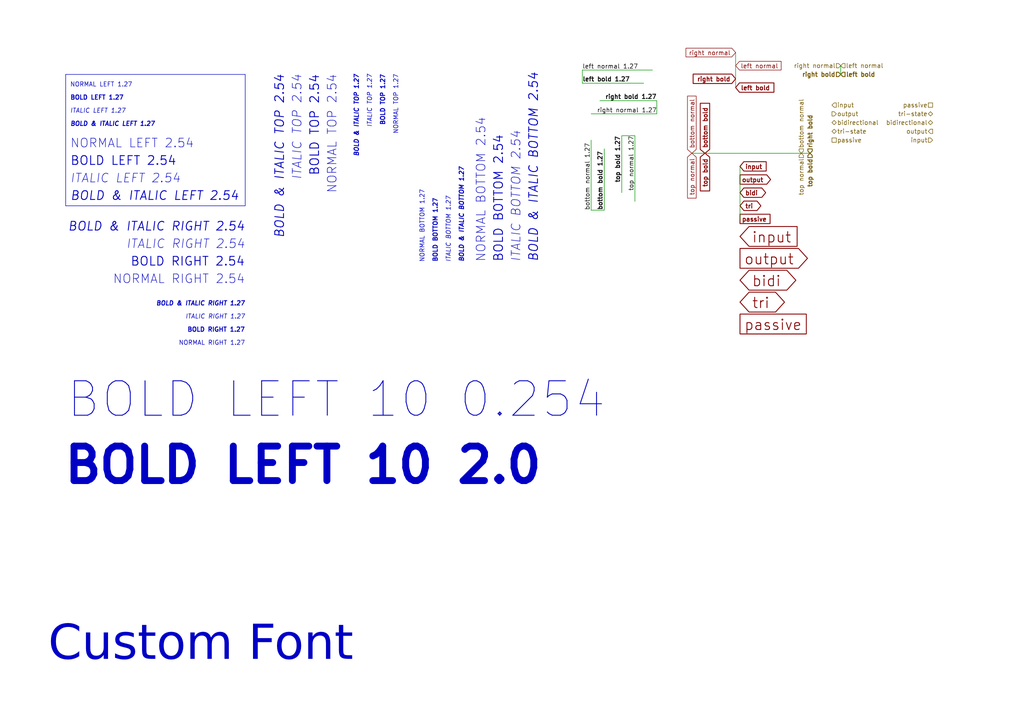
<source format=kicad_sch>
(kicad_sch (version 20221206) (generator eeschema)
  (paper "A4")
  (lib_symbols)
  (wire (pts (xy 214.63 48.26) (xy 214.63 63.5)))
  (wire (pts (xy 190.5 29.21) (xy 190.5 33.02)))
  (polyline (pts (xy 71.12 21.59) (xy 71.12 59.69)))
  (polyline (pts (xy 19.05 21.59) (xy 71.12 21.59)))
  (wire (pts (xy 213.36 15.24) (xy 213.36 25.4)))
  (polyline (pts (xy 71.12 59.69) (xy 19.05 59.69)))
  (wire (pts (xy 180.34 39.37) (xy 184.15 39.37)))
  (wire (pts (xy 168.91 20.32) (xy 168.91 24.13)))
  (wire (pts (xy 184.15 39.37) (xy 184.15 58.42)))
  (wire (pts (xy 200.66 44.45) (xy 234.95 44.45)))
  (wire (pts (xy 190.5 29.21) (xy 173.99 29.21)))
  (wire (pts (xy 180.34 39.37) (xy 180.34 55.88)))
  (wire (pts (xy 189.23 20.32) (xy 168.91 20.32)))
  (wire (pts (xy 171.45 60.96) (xy 175.26 60.96)))
  (wire (pts (xy 190.5 33.02) (xy 171.45 33.02)))
  (wire (pts (xy 186.69 24.13) (xy 168.91 24.13)))
  (wire (pts (xy 243.84 19.05) (xy 243.84 21.59)))
  (wire (pts (xy 175.26 43.18) (xy 175.26 60.96)))
  (wire (pts (xy 171.45 40.64) (xy 171.45 60.96)))
  (polyline (pts (xy 19.05 21.59) (xy 19.05 59.69)))
  (text "ITALIC LEFT 1.27" (at 20.32 33.02 0) (effects (font (size 1.27 1.27) italic) (justify left bottom)))
  (text "ITALIC BOTTOM 2.54" (at 151.13 76.2 90) (effects (font (size 2.54 2.54) italic) (justify left bottom)))
  (text "BOLD LEFT 2.54" (at 20.32 48.26 0) (effects (font (size 2.54 2.54) (thickness 0.254) bold) (justify left bottom)))
  (text "Custom Font" (at 13.97 195.58 0) (effects (font (size 10 10)) (justify left bottom)))
  (text "BOLD & ITALIC BOTTOM 1.27" (at 134.62 76.2 90) (effects (font (size 1.27 1.27) (thickness 0.254) bold italic) (justify left bottom)))
  (text "BOLD BOTTOM 2.54" (at 146.05 76.2 90) (effects (font (size 2.54 2.54) (thickness 0.254) bold) (justify left bottom)))
  (text "BOLD LEFT 10 0.254" (at 19.05 121.92 0) (effects (font (size 10 10) (thickness 0.254) bold) (justify left bottom)))
  (text "BOLD & ITALIC RIGHT 1.27" (at 71.12 88.9 0) (effects (font (size 1.27 1.27) (thickness 0.254) bold italic) (justify right bottom)))
  (text "NORMAL RIGHT 1.27" (at 71.12 100.33 0) (effects (font (size 1.27 1.27)) (justify right bottom)))
  (text "ITALIC TOP 2.54" (at 87.63 21.59 90) (effects (font (size 2.54 2.54) italic) (justify right bottom)))
  (text "NORMAL LEFT 1.27" (at 20.32 25.4 0) (effects (font (size 1.27 1.27)) (justify left bottom)))
  (text "BOLD & ITALIC BOTTOM 2.54" (at 156.21 76.2 90) (effects (font (size 2.54 2.54) (thickness 0.254) bold italic) (justify left bottom)))
  (text "BOLD LEFT 10 2.0" (at 17.78 140.97 0) (effects (font (size 10 10) (thickness 2) bold) (justify left bottom)))
  (text "BOLD BOTTOM 1.27" (at 127 76.2 90) (effects (font (size 1.27 1.27) (thickness 0.254) bold) (justify left bottom)))
  (text "ITALIC TOP 1.27" (at 107.95 21.59 90) (effects (font (size 1.27 1.27) italic) (justify right bottom)))
  (text "BOLD & ITALIC RIGHT 2.54" (at 71.12 67.31 0) (effects (font (size 2.54 2.54) (thickness 0.254) bold italic) (justify right bottom)))
  (text "NORMAL BOTTOM 1.27" (at 123.19 76.2 90) (effects (font (size 1.27 1.27)) (justify left bottom)))
  (text "NORMAL TOP 2.54" (at 97.79 21.59 90) (effects (font (size 2.54 2.54)) (justify right bottom)))
  (text "BOLD & ITALIC TOP 1.27" (at 104.14 21.59 90) (effects (font (size 1.27 1.27) (thickness 0.254) bold italic) (justify right bottom)))
  (text "ITALIC RIGHT 1.27" (at 71.12 92.71 0) (effects (font (size 1.27 1.27) italic) (justify right bottom)))
  (text "BOLD TOP 1.27" (at 111.76 21.59 90) (effects (font (size 1.27 1.27) (thickness 0.254) bold) (justify right bottom)))
  (text "ITALIC RIGHT 2.54" (at 71.12 72.39 0) (effects (font (size 2.54 2.54) italic) (justify right bottom)))
  (text "BOLD & ITALIC LEFT 1.27" (at 20.32 36.83 0) (effects (font (size 1.27 1.27) (thickness 0.254) bold italic) (justify left bottom)))
  (text "BOLD & ITALIC LEFT 2.54" (at 20.32 58.42 0) (effects (font (size 2.54 2.54) (thickness 0.254) bold italic) (justify left bottom)))
  (text "NORMAL RIGHT 2.54" (at 71.12 82.55 0) (effects (font (size 2.54 2.54)) (justify right bottom)))
  (text "BOLD & ITALIC TOP 2.54" (at 82.55 21.59 90) (effects (font (size 2.54 2.54) (thickness 0.254) bold italic) (justify right bottom)))
  (text "ITALIC LEFT 2.54" (at 20.32 53.34 0) (effects (font (size 2.54 2.54) italic) (justify left bottom)))
  (text "NORMAL TOP 1.27" (at 115.57 21.59 90) (effects (font (size 1.27 1.27)) (justify right bottom)))
  (text "BOLD RIGHT 2.54" (at 71.12 77.47 0) (effects (font (size 2.54 2.54) (thickness 0.254) bold) (justify right bottom)))
  (text "NORMAL BOTTOM 2.54" (at 140.97 76.2 90) (effects (font (size 2.54 2.54)) (justify left bottom)))
  (text "BOLD RIGHT 1.27" (at 71.12 96.52 0) (effects (font (size 1.27 1.27) (thickness 0.254) bold) (justify right bottom)))
  (text "BOLD TOP 2.54" (at 92.71 21.59 90) (effects (font (size 2.54 2.54) (thickness 0.254) bold) (justify right bottom)))
  (text "BOLD LEFT 1.27" (at 20.32 29.21 0) (effects (font (size 1.27 1.27) (thickness 0.254) bold) (justify left bottom)))
  (text "NORMAL LEFT 2.54" (at 20.32 43.18 0) (effects (font (size 2.54 2.54)) (justify left bottom)))
  (text "ITALIC BOTTOM 1.27" (at 130.81 76.2 90) (effects (font (size 1.27 1.27) italic) (justify left bottom)))
  (label "right bold 1.27" (at 190.5 29.21 180) (effects (font (thickness 0.254) bold)))
  (label "bottom bold 1.27" (at 175.26 60.96 90) (effects (font (thickness 0.254) bold)))
  (label "top bold 1.27" (at 180.34 39.37 270) (effects (font (thickness 0.254) bold)))
  (label "top normal 1.27" (at 184.15 39.37 270))
  (label "right normal 1.27" (at 190.5 33.02 180))
  (label "left bold 1.27" (at 168.91 24.13 0) (effects (font (thickness 0.254) bold)))
  (label "bottom normal 1.27" (at 171.45 60.96 90))
  (label "left normal 1.27" (at 168.91 20.32 0))
  (global_label "passive" (shape passive) (at 214.63 93.98 0) (effects (font (size 3 3) (thickness 0.254) bold)) (property "Intersheetrefs" "${INTERSHEET_REFS}" (effects hide)))
  (global_label "input" (shape input) (at 214.63 48.26 0) (effects (font (thickness 0.254) bold)) (property "Intersheetrefs" "${INTERSHEET_REFS}" (effects hide)))
  (global_label "top bold" (shape input) (at 204.47 44.45 270) (effects (font (thickness 0.254) bold)) (property "Intersheetrefs" "${INTERSHEET_REFS}" (effects hide)))
  (global_label "left bold" (shape input) (at 213.36 25.4 0) (effects (font (thickness 0.254) bold)) (property "Intersheetrefs" "${INTERSHEET_REFS}" (effects hide)))
  (global_label "top normal" (shape input) (at 200.66 44.45 270) (property "Intersheetrefs" "${INTERSHEET_REFS}" (effects hide)))
  (global_label "right bold" (shape input) (at 213.36 22.86 180) (effects (font (thickness 0.254) bold)) (property "Intersheetrefs" "${INTERSHEET_REFS}" (effects hide)))
  (global_label "bidi" (shape bidirectional) (at 214.63 81.28 0) (effects (font (size 3 3) (thickness 0.254) bold)) (property "Intersheetrefs" "${INTERSHEET_REFS}" (effects hide)))
  (global_label "tri" (shape tri_state) (at 214.63 59.69 0) (effects (font (thickness 0.254) bold)) (property "Intersheetrefs" "${INTERSHEET_REFS}" (effects hide)))
  (global_label "bottom normal" (shape input) (at 200.66 44.45 90) (property "Intersheetrefs" "${INTERSHEET_REFS}" (effects hide)))
  (global_label "right normal" (shape input) (at 213.36 15.24 180) (property "Intersheetrefs" "${INTERSHEET_REFS}" (effects hide)))
  (global_label "left normal" (shape input) (at 213.36 19.05 0) (property "Intersheetrefs" "${INTERSHEET_REFS}" (effects hide)))
  (global_label "bottom bold" (shape input) (at 204.47 44.45 90) (effects (font (thickness 0.254) bold)) (property "Intersheetrefs" "${INTERSHEET_REFS}" (effects hide)))
  (global_label "tri" (shape tri_state) (at 214.63 87.63 0) (effects (font (size 3 3) (thickness 0.254) bold)) (property "Intersheetrefs" "${INTERSHEET_REFS}" (effects hide)))
  (global_label "bidi" (shape bidirectional) (at 214.63 55.88 0) (effects (font (thickness 0.254) bold)) (property "Intersheetrefs" "${INTERSHEET_REFS}" (effects hide)))
  (global_label "passive" (shape passive) (at 214.63 63.5 0) (effects (font (thickness 0.254) bold)) (property "Intersheetrefs" "${INTERSHEET_REFS}" (effects hide)))
  (global_label "output" (shape output) (at 214.63 52.07 0) (effects (font (thickness 0.254) bold)) (property "Intersheetrefs" "${INTERSHEET_REFS}" (effects hide)))
  (global_label "input" (shape input) (at 214.63 68.58 0) (effects (font (size 3 3) (thickness 0.254) bold)) (property "Intersheetrefs" "${INTERSHEET_REFS}" (effects hide)))
  (global_label "output" (shape output) (at 214.63 74.93 0) (effects (font (size 3 3) (thickness 0.254) bold)) (property "Intersheetrefs" "${INTERSHEET_REFS}" (effects hide)))
  (hierarchical_label "output" (shape output) (at 241.3 33.02 0))
  (hierarchical_label "left bold" (shape input) (at 243.84 21.59 0) (effects (font (thickness 0.254) bold)))
  (hierarchical_label "top bold" (shape input) (at 234.95 44.45 270) (effects (font (thickness 0.254) bold)))
  (hierarchical_label "bottom normal" (shape input) (at 232.41 44.45 90))
  (hierarchical_label "input" (shape input) (at 270.51 40.64 180))
  (hierarchical_label "input" (shape input) (at 241.3 30.48 0))
  (hierarchical_label "bidirectional" (shape bidirectional) (at 270.51 35.56 180))
  (hierarchical_label "tri-state" (shape tri_state) (at 270.51 33.02 180))
  (hierarchical_label "right normal" (shape input) (at 243.84 19.05 180))
  (hierarchical_label "right bold" (shape input) (at 234.95 44.45 90) (effects (font (thickness 0.254) bold)))
  (hierarchical_label "passive" (shape passive) (at 270.51 30.48 180))
  (hierarchical_label "output" (shape output) (at 270.51 38.1 180))
  (hierarchical_label "tri-state" (shape tri_state) (at 241.3 38.1 0))
  (hierarchical_label "top normal" (shape input) (at 232.41 44.45 270))
  (hierarchical_label "bidirectional" (shape bidirectional) (at 241.3 35.56 0))
  (hierarchical_label "left normal" (shape input) (at 243.84 19.05 0))
  (hierarchical_label "right bold" (shape input) (at 243.84 21.59 180) (effects (font (thickness 0.254) bold)))
  (hierarchical_label "passive" (shape passive) (at 241.3 40.64 0))
)
</source>
